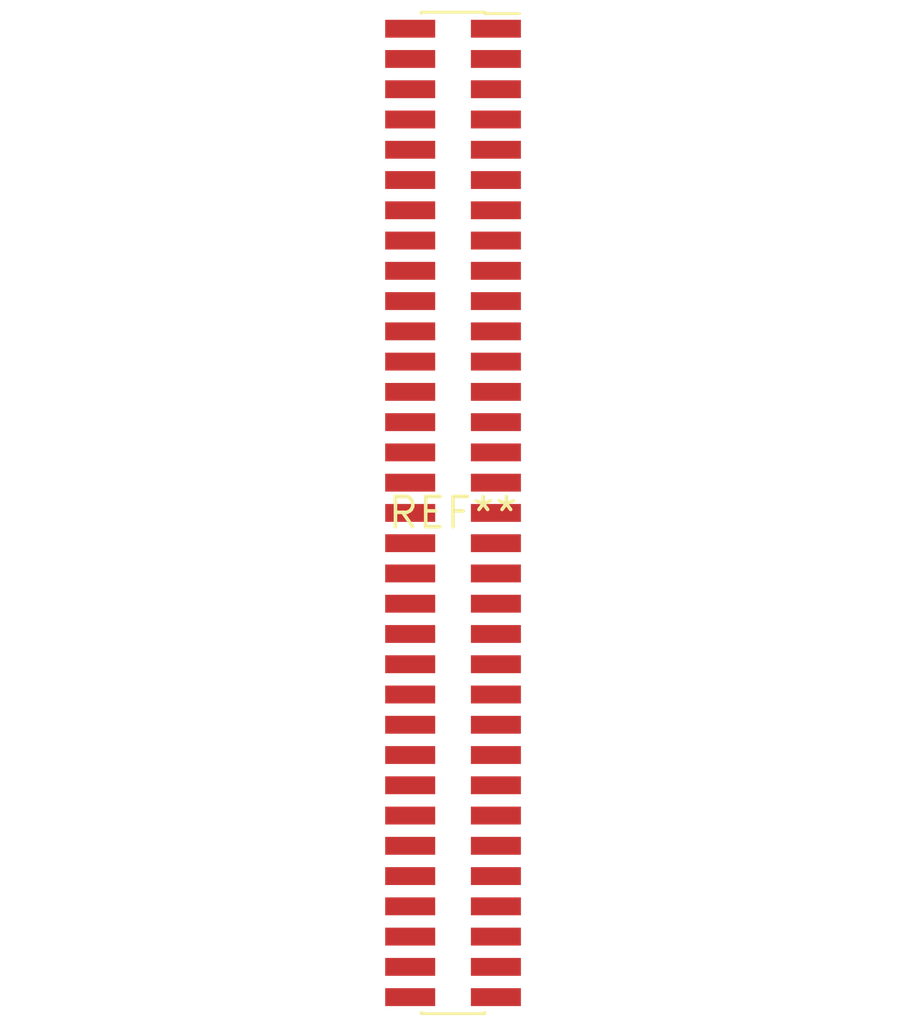
<source format=kicad_pcb>
(kicad_pcb (version 20240108) (generator pcbnew)
  (layers (0 "F.Cu" signal) (31 "B.Cu" signal) (34 "B.Paste" user) (35 "F.Paste" user) (36 "B.SilkS" user "B.Silkscreen") (37 "F.SilkS" user "F.Silkscreen") (38 "B.Mask" user) (39 "F.Mask" user) (44 "Edge.Cuts" user))
  (net 0 "")
  (footprint "PinSocket_2x33_P1.27mm_Vertical_SMD" (layer "F.Cu") (at 0 0)
    (property "Reference" "REF**")
    (property "Value" "PinSocket_2x33_P1.27mm_Vertical_SMD")
    (fp_line (start -1.33 -21.015) (end -1.33 -20.955) (layer "F.SilkS") (stroke (width 0.12)))
    (fp_line (start -1.33 -21.015) (end 1.33 -21.015) (layer "F.SilkS") (stroke (width 0.12)))
    (fp_line (start -1.33 20.955) (end -1.33 21.015) (layer "F.SilkS") (stroke (width 0.12)))
    (fp_line (start -1.33 21.015) (end 1.33 21.015) (layer "F.SilkS") (stroke (width 0.12)))
    (fp_line (start 1.33 -21.015) (end 1.33 -20.955) (layer "F.SilkS") (stroke (width 0.12)))
    (fp_line (start 1.33 -20.955) (end 2.79 -20.955) (layer "F.SilkS") (stroke (width 0.12)))
    (fp_line (start 1.33 20.955) (end 1.33 21.015) (layer "F.SilkS") (stroke (width 0.12)))
    (pad "1" smd rect (at 1.8 -20.32) (size 2.1 0.75) (layers "F.Cu" "F.Paste" "F.Mask"))
    (pad "2" smd rect (at -1.8 -20.32) (size 2.1 0.75) (layers "F.Cu" "F.Paste" "F.Mask"))
    (pad "3" smd rect (at 1.8 -19.05) (size 2.1 0.75) (layers "F.Cu" "F.Paste" "F.Mask"))
    (pad "4" smd rect (at -1.8 -19.05) (size 2.1 0.75) (layers "F.Cu" "F.Paste" "F.Mask"))
    (pad "5" smd rect (at 1.8 -17.78) (size 2.1 0.75) (layers "F.Cu" "F.Paste" "F.Mask"))
    (pad "6" smd rect (at -1.8 -17.78) (size 2.1 0.75) (layers "F.Cu" "F.Paste" "F.Mask"))
    (pad "7" smd rect (at 1.8 -16.51) (size 2.1 0.75) (layers "F.Cu" "F.Paste" "F.Mask"))
    (pad "8" smd rect (at -1.8 -16.51) (size 2.1 0.75) (layers "F.Cu" "F.Paste" "F.Mask"))
    (pad "9" smd rect (at 1.8 -15.24) (size 2.1 0.75) (layers "F.Cu" "F.Paste" "F.Mask"))
    (pad "10" smd rect (at -1.8 -15.24) (size 2.1 0.75) (layers "F.Cu" "F.Paste" "F.Mask"))
    (pad "11" smd rect (at 1.8 -13.97) (size 2.1 0.75) (layers "F.Cu" "F.Paste" "F.Mask"))
    (pad "12" smd rect (at -1.8 -13.97) (size 2.1 0.75) (layers "F.Cu" "F.Paste" "F.Mask"))
    (pad "13" smd rect (at 1.8 -12.7) (size 2.1 0.75) (layers "F.Cu" "F.Paste" "F.Mask"))
    (pad "14" smd rect (at -1.8 -12.7) (size 2.1 0.75) (layers "F.Cu" "F.Paste" "F.Mask"))
    (pad "15" smd rect (at 1.8 -11.43) (size 2.1 0.75) (layers "F.Cu" "F.Paste" "F.Mask"))
    (pad "16" smd rect (at -1.8 -11.43) (size 2.1 0.75) (layers "F.Cu" "F.Paste" "F.Mask"))
    (pad "17" smd rect (at 1.8 -10.16) (size 2.1 0.75) (layers "F.Cu" "F.Paste" "F.Mask"))
    (pad "18" smd rect (at -1.8 -10.16) (size 2.1 0.75) (layers "F.Cu" "F.Paste" "F.Mask"))
    (pad "19" smd rect (at 1.8 -8.89) (size 2.1 0.75) (layers "F.Cu" "F.Paste" "F.Mask"))
    (pad "20" smd rect (at -1.8 -8.89) (size 2.1 0.75) (layers "F.Cu" "F.Paste" "F.Mask"))
    (pad "21" smd rect (at 1.8 -7.62) (size 2.1 0.75) (layers "F.Cu" "F.Paste" "F.Mask"))
    (pad "22" smd rect (at -1.8 -7.62) (size 2.1 0.75) (layers "F.Cu" "F.Paste" "F.Mask"))
    (pad "23" smd rect (at 1.8 -6.35) (size 2.1 0.75) (layers "F.Cu" "F.Paste" "F.Mask"))
    (pad "24" smd rect (at -1.8 -6.35) (size 2.1 0.75) (layers "F.Cu" "F.Paste" "F.Mask"))
    (pad "25" smd rect (at 1.8 -5.08) (size 2.1 0.75) (layers "F.Cu" "F.Paste" "F.Mask"))
    (pad "26" smd rect (at -1.8 -5.08) (size 2.1 0.75) (layers "F.Cu" "F.Paste" "F.Mask"))
    (pad "27" smd rect (at 1.8 -3.81) (size 2.1 0.75) (layers "F.Cu" "F.Paste" "F.Mask"))
    (pad "28" smd rect (at -1.8 -3.81) (size 2.1 0.75) (layers "F.Cu" "F.Paste" "F.Mask"))
    (pad "29" smd rect (at 1.8 -2.54) (size 2.1 0.75) (layers "F.Cu" "F.Paste" "F.Mask"))
    (pad "30" smd rect (at -1.8 -2.54) (size 2.1 0.75) (layers "F.Cu" "F.Paste" "F.Mask"))
    (pad "31" smd rect (at 1.8 -1.27) (size 2.1 0.75) (layers "F.Cu" "F.Paste" "F.Mask"))
    (pad "32" smd rect (at -1.8 -1.27) (size 2.1 0.75) (layers "F.Cu" "F.Paste" "F.Mask"))
    (pad "33" smd rect (at 1.8 0) (size 2.1 0.75) (layers "F.Cu" "F.Paste" "F.Mask"))
    (pad "34" smd rect (at -1.8 0) (size 2.1 0.75) (layers "F.Cu" "F.Paste" "F.Mask"))
    (pad "35" smd rect (at 1.8 1.27) (size 2.1 0.75) (layers "F.Cu" "F.Paste" "F.Mask"))
    (pad "36" smd rect (at -1.8 1.27) (size 2.1 0.75) (layers "F.Cu" "F.Paste" "F.Mask"))
    (pad "37" smd rect (at 1.8 2.54) (size 2.1 0.75) (layers "F.Cu" "F.Paste" "F.Mask"))
    (pad "38" smd rect (at -1.8 2.54) (size 2.1 0.75) (layers "F.Cu" "F.Paste" "F.Mask"))
    (pad "39" smd rect (at 1.8 3.81) (size 2.1 0.75) (layers "F.Cu" "F.Paste" "F.Mask"))
    (pad "40" smd rect (at -1.8 3.81) (size 2.1 0.75) (layers "F.Cu" "F.Paste" "F.Mask"))
    (pad "41" smd rect (at 1.8 5.08) (size 2.1 0.75) (layers "F.Cu" "F.Paste" "F.Mask"))
    (pad "42" smd rect (at -1.8 5.08) (size 2.1 0.75) (layers "F.Cu" "F.Paste" "F.Mask"))
    (pad "43" smd rect (at 1.8 6.35) (size 2.1 0.75) (layers "F.Cu" "F.Paste" "F.Mask"))
    (pad "44" smd rect (at -1.8 6.35) (size 2.1 0.75) (layers "F.Cu" "F.Paste" "F.Mask"))
    (pad "45" smd rect (at 1.8 7.62) (size 2.1 0.75) (layers "F.Cu" "F.Paste" "F.Mask"))
    (pad "46" smd rect (at -1.8 7.62) (size 2.1 0.75) (layers "F.Cu" "F.Paste" "F.Mask"))
    (pad "47" smd rect (at 1.8 8.89) (size 2.1 0.75) (layers "F.Cu" "F.Paste" "F.Mask"))
    (pad "48" smd rect (at -1.8 8.89) (size 2.1 0.75) (layers "F.Cu" "F.Paste" "F.Mask"))
    (pad "49" smd rect (at 1.8 10.16) (size 2.1 0.75) (layers "F.Cu" "F.Paste" "F.Mask"))
    (pad "50" smd rect (at -1.8 10.16) (size 2.1 0.75) (layers "F.Cu" "F.Paste" "F.Mask"))
    (pad "51" smd rect (at 1.8 11.43) (size 2.1 0.75) (layers "F.Cu" "F.Paste" "F.Mask"))
    (pad "52" smd rect (at -1.8 11.43) (size 2.1 0.75) (layers "F.Cu" "F.Paste" "F.Mask"))
    (pad "53" smd rect (at 1.8 12.7) (size 2.1 0.75) (layers "F.Cu" "F.Paste" "F.Mask"))
    (pad "54" smd rect (at -1.8 12.7) (size 2.1 0.75) (layers "F.Cu" "F.Paste" "F.Mask"))
    (pad "55" smd rect (at 1.8 13.97) (size 2.1 0.75) (layers "F.Cu" "F.Paste" "F.Mask"))
    (pad "56" smd rect (at -1.8 13.97) (size 2.1 0.75) (layers "F.Cu" "F.Paste" "F.Mask"))
    (pad "57" smd rect (at 1.8 15.24) (size 2.1 0.75) (layers "F.Cu" "F.Paste" "F.Mask"))
    (pad "58" smd rect (at -1.8 15.24) (size 2.1 0.75) (layers "F.Cu" "F.Paste" "F.Mask"))
    (pad "59" smd rect (at 1.8 16.51) (size 2.1 0.75) (layers "F.Cu" "F.Paste" "F.Mask"))
    (pad "60" smd rect (at -1.8 16.51) (size 2.1 0.75) (layers "F.Cu" "F.Paste" "F.Mask"))
    (pad "61" smd rect (at 1.8 17.78) (size 2.1 0.75) (layers "F.Cu" "F.Paste" "F.Mask"))
    (pad "62" smd rect (at -1.8 17.78) (size 2.1 0.75) (layers "F.Cu" "F.Paste" "F.Mask"))
    (pad "63" smd rect (at 1.8 19.05) (size 2.1 0.75) (layers "F.Cu" "F.Paste" "F.Mask"))
    (pad "64" smd rect (at -1.8 19.05) (size 2.1 0.75) (layers "F.Cu" "F.Paste" "F.Mask"))
    (pad "65" smd rect (at 1.8 20.32) (size 2.1 0.75) (layers "F.Cu" "F.Paste" "F.Mask"))
    (pad "66" smd rect (at -1.8 20.32) (size 2.1 0.75) (layers "F.Cu" "F.Paste" "F.Mask"))
  )
)
</source>
